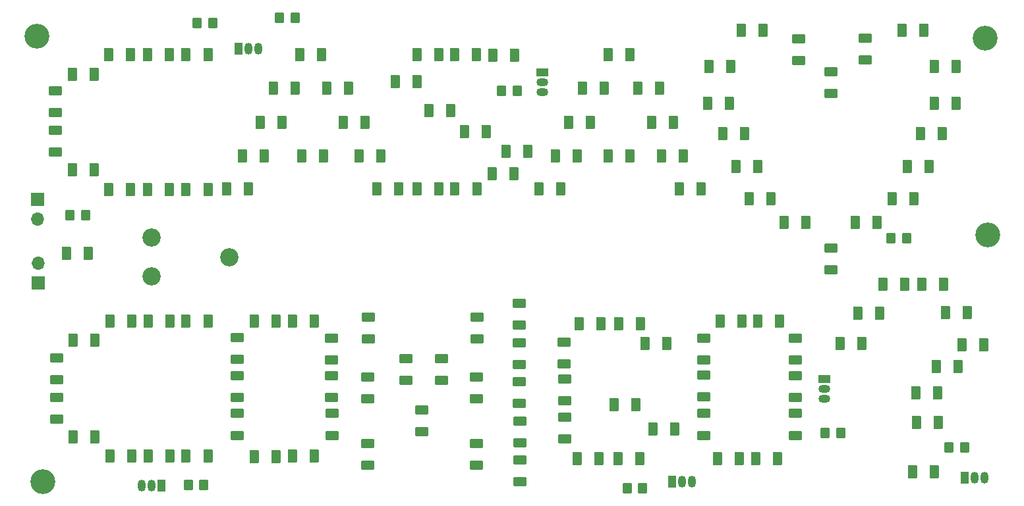
<source format=gbr>
%TF.GenerationSoftware,KiCad,Pcbnew,7.0.9*%
%TF.CreationDate,2024-02-13T17:02:03-03:00*%
%TF.ProjectId,pedido_casamento_smd,70656469-646f-45f6-9361-73616d656e74,rev?*%
%TF.SameCoordinates,Original*%
%TF.FileFunction,Soldermask,Top*%
%TF.FilePolarity,Negative*%
%FSLAX46Y46*%
G04 Gerber Fmt 4.6, Leading zero omitted, Abs format (unit mm)*
G04 Created by KiCad (PCBNEW 7.0.9) date 2024-02-13 17:02:03*
%MOMM*%
%LPD*%
G01*
G04 APERTURE LIST*
G04 Aperture macros list*
%AMRoundRect*
0 Rectangle with rounded corners*
0 $1 Rounding radius*
0 $2 $3 $4 $5 $6 $7 $8 $9 X,Y pos of 4 corners*
0 Add a 4 corners polygon primitive as box body*
4,1,4,$2,$3,$4,$5,$6,$7,$8,$9,$2,$3,0*
0 Add four circle primitives for the rounded corners*
1,1,$1+$1,$2,$3*
1,1,$1+$1,$4,$5*
1,1,$1+$1,$6,$7*
1,1,$1+$1,$8,$9*
0 Add four rect primitives between the rounded corners*
20,1,$1+$1,$2,$3,$4,$5,0*
20,1,$1+$1,$4,$5,$6,$7,0*
20,1,$1+$1,$6,$7,$8,$9,0*
20,1,$1+$1,$8,$9,$2,$3,0*%
G04 Aperture macros list end*
%ADD10RoundRect,0.250000X0.375000X0.625000X-0.375000X0.625000X-0.375000X-0.625000X0.375000X-0.625000X0*%
%ADD11RoundRect,0.250000X-0.350000X-0.450000X0.350000X-0.450000X0.350000X0.450000X-0.350000X0.450000X0*%
%ADD12RoundRect,0.250000X0.350000X0.450000X-0.350000X0.450000X-0.350000X-0.450000X0.350000X-0.450000X0*%
%ADD13RoundRect,0.250000X-0.375000X-0.625000X0.375000X-0.625000X0.375000X0.625000X-0.375000X0.625000X0*%
%ADD14RoundRect,0.250000X0.625000X-0.375000X0.625000X0.375000X-0.625000X0.375000X-0.625000X-0.375000X0*%
%ADD15RoundRect,0.250000X-0.625000X0.375000X-0.625000X-0.375000X0.625000X-0.375000X0.625000X0.375000X0*%
%ADD16C,3.200000*%
%ADD17R,1.050000X1.500000*%
%ADD18O,1.050000X1.500000*%
%ADD19R,1.700000X1.700000*%
%ADD20O,1.700000X1.700000*%
%ADD21C,2.340000*%
%ADD22R,1.500000X1.050000*%
%ADD23O,1.500000X1.050000*%
G04 APERTURE END LIST*
D10*
%TO.C,D22*%
X219560600Y-116430600D03*
X216760600Y-116430600D03*
%TD*%
D11*
%TO.C,R2*%
X109134400Y-122758200D03*
X111134400Y-122758200D03*
%TD*%
D12*
%TO.C,R3*%
X138100000Y-97300000D03*
X136100000Y-97300000D03*
%TD*%
D13*
%TO.C,D136*%
X210416600Y-135305800D03*
X213216600Y-135305800D03*
%TD*%
%TO.C,D55*%
X148587000Y-119329200D03*
X151387000Y-119329200D03*
%TD*%
%TO.C,D52*%
X142189200Y-106400600D03*
X144989200Y-106400600D03*
%TD*%
D10*
%TO.C,D25*%
X203733400Y-123698000D03*
X200933400Y-123698000D03*
%TD*%
D14*
%TO.C,D93*%
X147500800Y-138646400D03*
X147500800Y-135846400D03*
%TD*%
D15*
%TO.C,D128*%
X166855600Y-134100000D03*
X166855600Y-136900000D03*
%TD*%
D10*
%TO.C,D127*%
X195509800Y-136370201D03*
X192709800Y-136370201D03*
%TD*%
D13*
%TO.C,D77*%
X182118000Y-106375200D03*
X184918000Y-106375200D03*
%TD*%
D10*
%TO.C,D9*%
X222989600Y-103603600D03*
X220189600Y-103603600D03*
%TD*%
%TO.C,D67*%
X153723800Y-105537000D03*
X150923800Y-105537000D03*
%TD*%
D13*
%TO.C,D54*%
X146301000Y-115138200D03*
X149101000Y-115138200D03*
%TD*%
D16*
%TO.C,REF\u002A\u002A*%
X226700000Y-99950000D03*
%TD*%
D13*
%TO.C,D68*%
X153746200Y-102108000D03*
X156546200Y-102108000D03*
%TD*%
%TO.C,D21*%
X194723600Y-116430600D03*
X197523600Y-116430600D03*
%TD*%
D14*
%TO.C,D31*%
X107318000Y-109553200D03*
X107318000Y-106753200D03*
%TD*%
D13*
%TO.C,D38*%
X119129000Y-102057200D03*
X121929000Y-102057200D03*
%TD*%
%TO.C,D79*%
X185166000Y-115112800D03*
X187966000Y-115112800D03*
%TD*%
D10*
%TO.C,D139*%
X224421000Y-135229600D03*
X221621000Y-135229600D03*
%TD*%
D13*
%TO.C,D78*%
X183896000Y-110769400D03*
X186696000Y-110769400D03*
%TD*%
%TO.C,D135*%
X208090000Y-139217400D03*
X210890000Y-139217400D03*
%TD*%
D14*
%TO.C,D92*%
X147450000Y-146383200D03*
X147450000Y-143583200D03*
%TD*%
D13*
%TO.C,D83*%
X109547200Y-138811000D03*
X112347200Y-138811000D03*
%TD*%
%TO.C,D71*%
X169418000Y-119303800D03*
X172218000Y-119303800D03*
%TD*%
D16*
%TO.C,REF\u002A\u002A*%
X227050000Y-125300000D03*
%TD*%
D10*
%TO.C,D63*%
X166172800Y-117373400D03*
X163372800Y-117373400D03*
%TD*%
D15*
%TO.C,D124*%
X166855600Y-144133000D03*
X166855600Y-146933000D03*
%TD*%
D13*
%TO.C,D107*%
X174577200Y-136700401D03*
X177377200Y-136700401D03*
%TD*%
D11*
%TO.C,R14*%
X222100000Y-152650000D03*
X224100000Y-152650000D03*
%TD*%
D16*
%TO.C,REF\u002A\u002A*%
X104900000Y-99700000D03*
%TD*%
D15*
%TO.C,D5*%
X202793600Y-100044600D03*
X202793600Y-102844600D03*
%TD*%
D13*
%TO.C,D23*%
X196440600Y-120621600D03*
X199240600Y-120621600D03*
%TD*%
%TO.C,D19*%
X193011600Y-112239600D03*
X195811600Y-112239600D03*
%TD*%
D14*
%TO.C,D95*%
X154358800Y-150584400D03*
X154358800Y-147784400D03*
%TD*%
D17*
%TO.C,Q1*%
X130780000Y-101310000D03*
D18*
X132050000Y-101310000D03*
X133320000Y-101310000D03*
%TD*%
D13*
%TO.C,D89*%
X124082000Y-136372600D03*
X126882000Y-136372600D03*
%TD*%
%TO.C,D33*%
X109474000Y-104597200D03*
X112274000Y-104597200D03*
%TD*%
D19*
%TO.C,J2*%
X105105200Y-131470400D03*
D20*
X105105200Y-128930400D03*
%TD*%
D13*
%TO.C,D70*%
X163525200Y-102133400D03*
X166325200Y-102133400D03*
%TD*%
%TO.C,D51*%
X138935000Y-115138200D03*
X141735000Y-115138200D03*
%TD*%
D14*
%TO.C,D32*%
X107318000Y-114630200D03*
X107318000Y-111830200D03*
%TD*%
D11*
%TO.C,R12*%
X206200000Y-150750000D03*
X208200000Y-150750000D03*
%TD*%
D14*
%TO.C,D98*%
X161420000Y-146383200D03*
X161420000Y-143583200D03*
%TD*%
D13*
%TO.C,D138*%
X218598400Y-131648200D03*
X221398400Y-131648200D03*
%TD*%
D14*
%TO.C,D105*%
X172748400Y-146583400D03*
X172748400Y-143783400D03*
%TD*%
D13*
%TO.C,D114*%
X132842000Y-153769201D03*
X135642000Y-153769201D03*
%TD*%
D14*
%TO.C,D122*%
X167008000Y-152032400D03*
X167008000Y-149232400D03*
%TD*%
%TO.C,D125*%
X190579200Y-151054401D03*
X190579200Y-148254401D03*
%TD*%
D10*
%TO.C,D1*%
X111534400Y-127635000D03*
X108734400Y-127635000D03*
%TD*%
D13*
%TO.C,D72*%
X171511000Y-115112800D03*
X174311000Y-115112800D03*
%TD*%
%TO.C,D103*%
X174323200Y-154074001D03*
X177123200Y-154074001D03*
%TD*%
D10*
%TO.C,D20*%
X221211600Y-112239600D03*
X218411600Y-112239600D03*
%TD*%
D14*
%TO.C,D97*%
X161470800Y-138646400D03*
X161470800Y-135846400D03*
%TD*%
D13*
%TO.C,D76*%
X178308000Y-115112800D03*
X181108000Y-115112800D03*
%TD*%
%TO.C,D88*%
X119227600Y-153720800D03*
X122027600Y-153720800D03*
%TD*%
%TO.C,D65*%
X159816800Y-112014000D03*
X162616800Y-112014000D03*
%TD*%
%TO.C,D115*%
X137747200Y-136370201D03*
X140547200Y-136370201D03*
%TD*%
D14*
%TO.C,D91*%
X147450000Y-154866800D03*
X147450000Y-152066800D03*
%TD*%
D13*
%TO.C,D86*%
X114322400Y-153720800D03*
X117122400Y-153720800D03*
%TD*%
D10*
%TO.C,D24*%
X217594600Y-120621600D03*
X214794600Y-120621600D03*
%TD*%
D11*
%TO.C,R10*%
X180750000Y-157900000D03*
X182750000Y-157900000D03*
%TD*%
D13*
%TO.C,D85*%
X114322400Y-136398000D03*
X117122400Y-136398000D03*
%TD*%
%TO.C,D102*%
X179555600Y-154076400D03*
X182355600Y-154076400D03*
%TD*%
%TO.C,D100*%
X179041600Y-147142200D03*
X181841600Y-147142200D03*
%TD*%
%TO.C,D43*%
X124079000Y-102057200D03*
X126879000Y-102057200D03*
%TD*%
%TO.C,D47*%
X131315000Y-115138200D03*
X134115000Y-115138200D03*
%TD*%
D10*
%TO.C,D50*%
X141487000Y-102057200D03*
X138687000Y-102057200D03*
%TD*%
D13*
%TO.C,D39*%
X119126000Y-119456200D03*
X121926000Y-119456200D03*
%TD*%
D14*
%TO.C,D132*%
X202364800Y-141326201D03*
X202364800Y-138526201D03*
%TD*%
D11*
%TO.C,R7*%
X124350000Y-157450000D03*
X126350000Y-157450000D03*
%TD*%
D13*
%TO.C,D129*%
X192328800Y-154076400D03*
X195128800Y-154076400D03*
%TD*%
D14*
%TO.C,D6*%
X211302600Y-102717600D03*
X211302600Y-99917600D03*
%TD*%
D13*
%TO.C,D7*%
X216059600Y-98904600D03*
X218859600Y-98904600D03*
%TD*%
%TO.C,D143*%
X217909600Y-149428200D03*
X220709600Y-149428200D03*
%TD*%
D10*
%TO.C,D26*%
X212877400Y-123698000D03*
X210077400Y-123698000D03*
%TD*%
%TO.C,D74*%
X177806000Y-106375200D03*
X175006000Y-106375200D03*
%TD*%
D14*
%TO.C,D120*%
X167008000Y-157022800D03*
X167008000Y-154222800D03*
%TD*%
%TO.C,D99*%
X161420000Y-154866800D03*
X161420000Y-152066800D03*
%TD*%
%TO.C,D133*%
X202364800Y-146183000D03*
X202364800Y-143383000D03*
%TD*%
D13*
%TO.C,D61*%
X153746200Y-119329200D03*
X156546200Y-119329200D03*
%TD*%
D14*
%TO.C,D134*%
X202364800Y-151054401D03*
X202364800Y-148254401D03*
%TD*%
D11*
%TO.C,R9*%
X125500000Y-98000000D03*
X127500000Y-98000000D03*
%TD*%
D13*
%TO.C,D34*%
X109474000Y-116916200D03*
X112274000Y-116916200D03*
%TD*%
D14*
%TO.C,D104*%
X172748400Y-151542400D03*
X172748400Y-148742400D03*
%TD*%
%TO.C,D96*%
X156898800Y-143980400D03*
X156898800Y-141180400D03*
%TD*%
D13*
%TO.C,D53*%
X144269000Y-110794800D03*
X147069000Y-110794800D03*
%TD*%
%TO.C,D116*%
X137747200Y-153743801D03*
X140547200Y-153743801D03*
%TD*%
D12*
%TO.C,R15*%
X216650000Y-125650000D03*
X214650000Y-125650000D03*
%TD*%
D13*
%TO.C,D113*%
X132842000Y-136395601D03*
X135642000Y-136395601D03*
%TD*%
%TO.C,D48*%
X133601000Y-110794800D03*
X136401000Y-110794800D03*
%TD*%
%TO.C,D36*%
X114170000Y-102057200D03*
X116970000Y-102057200D03*
%TD*%
D19*
%TO.C,J1*%
X105029000Y-120726200D03*
D20*
X105029000Y-123266200D03*
%TD*%
D14*
%TO.C,D121*%
X190579200Y-141379400D03*
X190579200Y-138579400D03*
%TD*%
D13*
%TO.C,D140*%
X223774000Y-139369800D03*
X226574000Y-139369800D03*
%TD*%
D14*
%TO.C,D110*%
X130660600Y-141275401D03*
X130660600Y-138475401D03*
%TD*%
%TO.C,D119*%
X142827200Y-151054401D03*
X142827200Y-148254401D03*
%TD*%
D13*
%TO.C,D131*%
X197259400Y-154051000D03*
X200059400Y-154051000D03*
%TD*%
%TO.C,D144*%
X217452400Y-155727400D03*
X220252400Y-155727400D03*
%TD*%
%TO.C,D137*%
X213639400Y-131648200D03*
X216439400Y-131648200D03*
%TD*%
D14*
%TO.C,D94*%
X152326800Y-143980400D03*
X152326800Y-141180400D03*
%TD*%
%TO.C,D82*%
X107445000Y-143904200D03*
X107445000Y-141104200D03*
%TD*%
D21*
%TO.C,RV1*%
X119663200Y-130618000D03*
X129663200Y-128118000D03*
X119663200Y-125618000D03*
%TD*%
D14*
%TO.C,D118*%
X142776400Y-146183000D03*
X142776400Y-143383000D03*
%TD*%
D13*
%TO.C,D130*%
X197513400Y-136370201D03*
X200313400Y-136370201D03*
%TD*%
D14*
%TO.C,D3*%
X206933800Y-107035600D03*
X206933800Y-104235600D03*
%TD*%
%TO.C,D4*%
X206933800Y-129720800D03*
X206933800Y-126920800D03*
%TD*%
D17*
%TO.C,Q6*%
X224100000Y-156550000D03*
D18*
X225370000Y-156550000D03*
X226640000Y-156550000D03*
%TD*%
D13*
%TO.C,D16*%
X191106600Y-108302600D03*
X193906600Y-108302600D03*
%TD*%
D10*
%TO.C,D73*%
X176028000Y-110769400D03*
X173228000Y-110769400D03*
%TD*%
D13*
%TO.C,D62*%
X158623000Y-119354600D03*
X161423000Y-119354600D03*
%TD*%
%TO.C,D101*%
X184070800Y-150266400D03*
X186870800Y-150266400D03*
%TD*%
%TO.C,D44*%
X124079000Y-119456200D03*
X126879000Y-119456200D03*
%TD*%
D14*
%TO.C,D106*%
X172672200Y-141836600D03*
X172672200Y-139036600D03*
%TD*%
D13*
%TO.C,D49*%
X135331200Y-106400600D03*
X138131200Y-106400600D03*
%TD*%
D14*
%TO.C,D126*%
X166855600Y-141986000D03*
X166855600Y-139186000D03*
%TD*%
D16*
%TO.C,REF\u002A\u002A*%
X105650000Y-157000000D03*
%TD*%
D13*
%TO.C,D75*%
X178308000Y-102031800D03*
X181108000Y-102031800D03*
%TD*%
D17*
%TO.C,Q4*%
X186500000Y-157050000D03*
D18*
X187770000Y-157050000D03*
X189040000Y-157050000D03*
%TD*%
D22*
%TO.C,Q5*%
X206050000Y-143810000D03*
D23*
X206050000Y-145080000D03*
X206050000Y-146350000D03*
%TD*%
D13*
%TO.C,D87*%
X119227600Y-136372600D03*
X122027600Y-136372600D03*
%TD*%
%TO.C,D142*%
X217833400Y-145592800D03*
X220633400Y-145592800D03*
%TD*%
D14*
%TO.C,D117*%
X142725600Y-141326201D03*
X142725600Y-138526201D03*
%TD*%
%TO.C,D112*%
X130660600Y-151054401D03*
X130660600Y-148254401D03*
%TD*%
D13*
%TO.C,D46*%
X129283000Y-119329200D03*
X132083000Y-119329200D03*
%TD*%
D14*
%TO.C,D81*%
X107419600Y-148974000D03*
X107419600Y-146174000D03*
%TD*%
%TO.C,D123*%
X190579200Y-146129200D03*
X190579200Y-143329200D03*
%TD*%
D11*
%TO.C,R5*%
X164600000Y-106750000D03*
X166600000Y-106750000D03*
%TD*%
D13*
%TO.C,D80*%
X187452000Y-119303800D03*
X190252000Y-119303800D03*
%TD*%
D10*
%TO.C,D109*%
X185829400Y-139217400D03*
X183029400Y-139217400D03*
%TD*%
D13*
%TO.C,D69*%
X158594600Y-102082600D03*
X161394600Y-102082600D03*
%TD*%
%TO.C,D141*%
X220497400Y-142163800D03*
X223297400Y-142163800D03*
%TD*%
D10*
%TO.C,D64*%
X168001600Y-114503200D03*
X165201600Y-114503200D03*
%TD*%
D13*
%TO.C,D84*%
X109575600Y-151282400D03*
X112375600Y-151282400D03*
%TD*%
D10*
%TO.C,D17*%
X223055600Y-108302600D03*
X220255600Y-108302600D03*
%TD*%
D13*
%TO.C,D90*%
X124082000Y-153746200D03*
X126882000Y-153746200D03*
%TD*%
%TO.C,D108*%
X179682600Y-136702800D03*
X182482600Y-136702800D03*
%TD*%
%TO.C,D66*%
X155318000Y-109296200D03*
X158118000Y-109296200D03*
%TD*%
%TO.C,D10*%
X191233600Y-103603600D03*
X194033600Y-103603600D03*
%TD*%
D14*
%TO.C,D111*%
X130660600Y-146183000D03*
X130660600Y-143383000D03*
%TD*%
D13*
%TO.C,D37*%
X114170000Y-119456200D03*
X116970000Y-119456200D03*
%TD*%
%TO.C,D8*%
X195424600Y-98904600D03*
X198224600Y-98904600D03*
%TD*%
D22*
%TO.C,Q2*%
X169850000Y-104350000D03*
D23*
X169850000Y-105620000D03*
X169850000Y-106890000D03*
%TD*%
D17*
%TO.C,Q3*%
X120950000Y-157500000D03*
D18*
X119680000Y-157500000D03*
X118410000Y-157500000D03*
%TD*%
M02*

</source>
